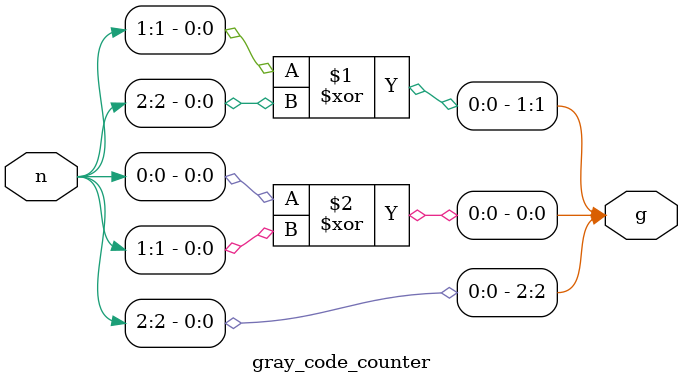
<source format=sv>
module gray_code_counter(n, g);
    input logic[2:0] n;
    output logic[2:0] g;
    assign g[2] = n[2];
    assign g[1] = n[1] ^ n[2];
    assign g[0] = n[0] ^ n[1];
endmodule

</source>
